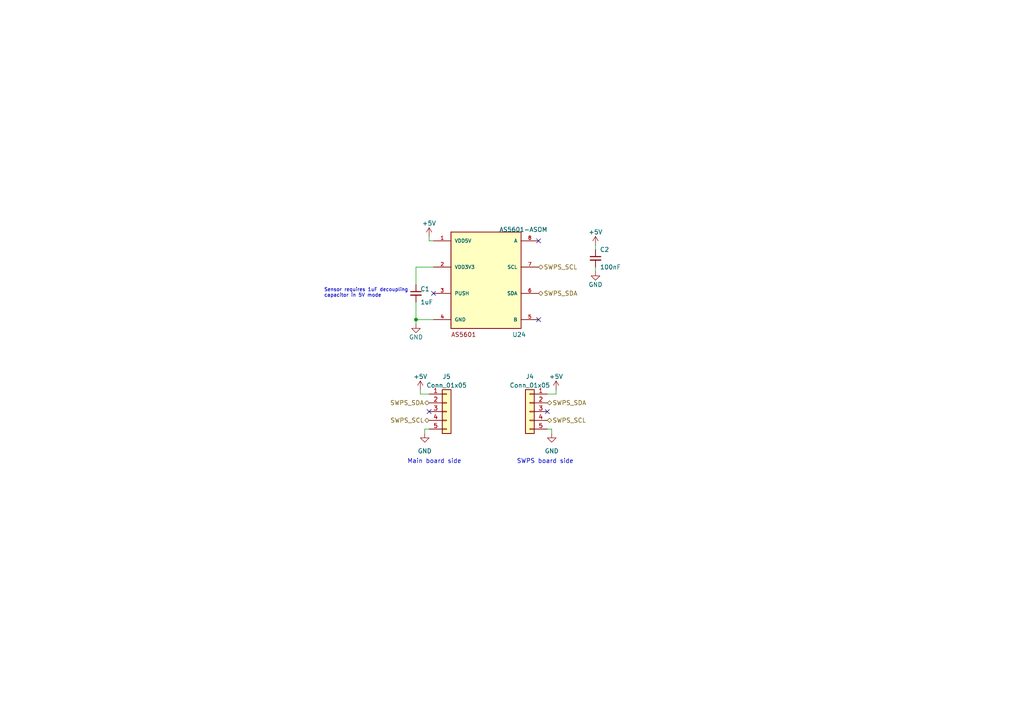
<source format=kicad_sch>
(kicad_sch (version 20230121) (generator eeschema)
  (paper "A4")
  (title_block (title "Steering wheel position sensor") (date "2023-02-24") (rev "${REVISION}") (company "Author: Szymon Kostrubiec") (comment 1 "Reviewer:"))
  (lib_symbols
    (symbol "AS5601-ASOM:AS5601-ASOM" (pin_names (offset 1.016))
      (symbol "AS5601-ASOM_0_0"
        (rectangle (start 0 -12.7) (end 20.32 15.24) (stroke (width 0.254)) (fill (type background)))
        (polyline (pts (xy 0 -12.7) (xy 0 15.24)) (stroke (width 0.254)))
        (text "AS5601" (at 0 -15.24 0) (effects (font (size 1.27 1.27)) (justify left bottom)))
        (pin bidirectional line (at -5.08 12.7 0) (length 5.08) (name "VDD5V") (number "1"))
        (pin bidirectional line (at -5.08 5.08 0) (length 5.08) (name "VDD3V3") (number "2"))
        (pin bidirectional line (at -5.08 -2.54 0) (length 5.08) (name "PUSH") (number "3"))
        (pin bidirectional line (at -5.08 -10.16 0) (length 5.08) (name "GND") (number "4"))
        (pin bidirectional line (at 25.4 -10.16 180) (length 5.08) (name "B") (number "5"))
        (pin bidirectional line (at 25.4 -2.54 180) (length 5.08) (name "SDA") (number "6"))
        (pin bidirectional line (at 25.4 5.08 180) (length 5.08) (name "SCL") (number "7"))
        (pin bidirectional line (at 25.4 12.7 180) (length 5.08) (name "A") (number "8"))
      )
    )
    (symbol "Connector_Generic:Conn_01x05" (pin_names (offset 1.016) hide)
      (property "Reference" "J" (at 0 7.62 0))
      (property "Value" "Conn_01x05" (at 0 -7.62 0))
      (symbol "Conn_01x05_1_1"
        (rectangle (start -1.27 -4.953) (end 0 -5.207) (stroke (width 0.1524)))
        (rectangle (start -1.27 -2.413) (end 0 -2.667) (stroke (width 0.1524)))
        (rectangle (start -1.27 0.127) (end 0 -0.127) (stroke (width 0.1524)))
        (rectangle (start -1.27 2.667) (end 0 2.413) (stroke (width 0.1524)))
        (rectangle (start -1.27 5.207) (end 0 4.953) (stroke (width 0.1524)))
        (rectangle (start -1.27 6.35) (end 1.27 -6.35) (stroke (width 0.254)) (fill (type background)))
        (pin passive line (at -5.08 5.08 0) (length 3.81) (name "Pin_1") (number "1"))
        (pin passive line (at -5.08 2.54 0) (length 3.81) (name "Pin_2") (number "2"))
        (pin passive line (at -5.08 0 0) (length 3.81) (name "Pin_3") (number "3"))
        (pin passive line (at -5.08 -2.54 0) (length 3.81) (name "Pin_4") (number "4"))
        (pin passive line (at -5.08 -5.08 0) (length 3.81) (name "Pin_5") (number "5"))
      )
    )
    (symbol "Device:C_Small" (pin_numbers hide) (pin_names (offset 0.254) hide)
      (property "Reference" "C" (at 0.254 1.778 0))
      (property "Value" "C_Small" (at 0.254 -2.032 0))
      (symbol "C_Small_0_1"
        (polyline (pts (xy -1.524 -0.508) (xy 1.524 -0.508)) (stroke (width 0.3302)))
        (polyline (pts (xy -1.524 0.508) (xy 1.524 0.508)) (stroke (width 0.3048)))
      )
      (symbol "C_Small_1_1"
        (pin passive line (at 0 2.54 270) (length 2.032) (name "~") (number "1"))
        (pin passive line (at 0 -2.54 90) (length 2.032) (name "~") (number "2"))
      )
    )
    (symbol "power:+5V" (power) (pin_names (offset 0))
      (property "Value" "+5V" (at 0 3.556 0))
      (symbol "+5V_0_1"
        (polyline (pts (xy -0.762 1.27) (xy 0 2.54)))
        (polyline (pts (xy 0 0) (xy 0 2.54)))
        (polyline (pts (xy 0 2.54) (xy 0.762 1.27)))
      )
      (symbol "+5V_1_1"
        (pin power_in line (at 0 0 90) (length 0) hide (name "+5V") (number "1"))
      )
    )
    (symbol "power:GND" (power) (pin_names (offset 0))
      (property "Value" "GND" (at 0 -3.81 0))
      (symbol "GND_0_1"
        (polyline (pts (xy 0 0) (xy 0 -1.27) (xy 1.27 -1.27) (xy 0 -2.54) (xy -1.27 -1.27) (xy 0 -1.27)))
      )
      (symbol "GND_1_1"
        (pin power_in line (at 0 0 270) (length 0) hide (name "GND") (number "1"))
      )
    )
  )
  (junction (at 120.65 92.71))
  (no_connect (at 124.46 119.38))
  (no_connect (at 156.21 92.71))
  (no_connect (at 125.73 85.09))
  (no_connect (at 156.21 69.85))
  (no_connect (at 158.75 119.38))
  (wire (pts (xy 158.75 114.3) (xy 161.29 114.3)))
  (wire (pts (xy 161.29 113.03) (xy 161.29 114.3)))
  (wire (pts (xy 160.02 125.73) (xy 160.02 124.46)))
  (wire (pts (xy 172.72 77.47) (xy 172.72 78.74)))
  (wire (pts (xy 123.19 124.46) (xy 124.46 124.46)))
  (wire (pts (xy 123.19 125.73) (xy 123.19 124.46)))
  (wire (pts (xy 121.92 113.03) (xy 121.92 114.3)))
  (wire (pts (xy 125.73 69.85) (xy 124.46 69.85)))
  (wire (pts (xy 124.46 69.85) (xy 124.46 68.58)))
  (wire (pts (xy 120.65 77.47) (xy 125.73 77.47)))
  (wire (pts (xy 120.65 77.47) (xy 120.65 82.55)))
  (wire (pts (xy 160.02 124.46) (xy 158.75 124.46)))
  (wire (pts (xy 124.46 114.3) (xy 121.92 114.3)))
  (wire (pts (xy 172.72 71.12) (xy 172.72 72.39)))
  (wire (pts (xy 120.65 87.63) (xy 120.65 92.71)))
  (wire (pts (xy 120.65 92.71) (xy 125.73 92.71)))
  (wire (pts (xy 120.65 92.71) (xy 120.65 93.98)))
  (text "SWPS board side" (at 149.86 134.62 0) (effects (font (size 1.27 1.27)) (justify left bottom)))
  (text "Main board side" (at 118.11 134.62 0) (effects (font (size 1.27 1.27)) (justify left bottom)))
  (text "Sensor requires 1uF decoupling \ncapacitor in 5V mode" (at 93.98 86.36 0) (effects (font (size 1 1)) (justify left bottom)))
  (hierarchical_label "SWPS_SDA" (shape bidirectional) (at 124.46 116.84 180))
  (hierarchical_label "SWPS_SCL" (shape bidirectional) (at 156.21 77.47 0))
  (hierarchical_label "SWPS_SDA" (shape bidirectional) (at 158.75 116.84 0))
  (hierarchical_label "SWPS_SCL" (shape bidirectional) (at 158.75 121.92 0))
  (hierarchical_label "SWPS_SCL" (shape bidirectional) (at 124.46 121.92 180))
  (hierarchical_label "SWPS_SDA" (shape bidirectional) (at 156.21 85.09 0))
  (symbol (lib_id "Connector_Generic:Conn_01x05") (at 129.54 119.38 0) (unit 1)
    (property "Reference" "J5" (at 129.54 109.22 0))
    (property "Value" "Conn_01x05" (at 129.54 111.76 0))
  )
  (symbol (lib_id "power:+5V") (at 124.46 68.58 0) (unit 1)
    (property "Reference" "#PWR011" (effects hide))
    (property "Value" "+5V" (at 124.46 64.77 0))
  )
  (symbol (lib_id "power:GND") (at 172.72 78.74 0) (unit 1)
    (property "Reference" "#PWR019" (effects hide))
    (property "Value" "GND" (at 172.72 82.55 0))
  )
  (symbol (lib_id "AS5601-ASOM:AS5601-ASOM") (at 130.81 82.55 0) (unit 1)
    (property "Reference" "U24" (at 148.59 97.79 0) (effects (justify left bottom)))
    (property "Value" "AS5601-ASOM" (at 144.78 67.31 0) (effects (justify left bottom)))
    (property "Footprint" "Package_SO:SOIC-8_3.9x4.9mm_P1.27mm" (effects hide))
    (property "Datasheet" "https://ams.com/documents/20143/36005/AS5601_DS000395_3-00.pdf/9a58e74f-f6d8-53eb-1fa2-ad62d9911ca4" (effects hide))
    (instances (project "PUTM_EV_SWPS" (path "" (reference "U24") (unit 1))) (project "PUTM_EV_Frontbox_2023" (path "" (reference "U4") (unit 1))))
  )
  (symbol (lib_id "power:+5V") (at 161.29 113.03 0) (unit 1)
    (property "Reference" "#PWR014" (effects hide))
    (property "Value" "+5V" (at 161.29 109.22 0))
  )
  (symbol (lib_id "power:+5V") (at 121.92 113.03 0) (mirror y) (unit 1)
    (property "Reference" "#PWR017" (effects hide))
    (property "Value" "+5V" (at 121.92 109.22 0))
  )
  (symbol (lib_id "power:GND") (at 123.19 125.73 0) (mirror y) (unit 1)
    (property "Reference" "#PWR016" (effects hide))
    (property "Value" "GND" (at 123.19 130.81 0))
  )
  (symbol (lib_id "Connector_Generic:Conn_01x05") (at 153.67 119.38 0) (mirror y) (unit 1)
    (property "Reference" "J4" (at 153.67 109.22 0))
    (property "Value" "Conn_01x05" (at 153.67 111.76 0))
  )
  (symbol (lib_id "power:GND") (at 120.65 93.98 0) (unit 1)
    (property "Reference" "#PWR012" (effects hide))
    (property "Value" "GND" (at 120.65 97.79 0))
  )
  (symbol (lib_id "power:GND") (at 160.02 125.73 0) (unit 1)
    (property "Reference" "#PWR015" (effects hide))
    (property "Value" "GND" (at 160.02 130.81 0))
  )
  (symbol (lib_id "Device:C_Small") (at 120.65 85.09 0) (unit 1)
    (property "Reference" "C1" (at 121.92 83.82 0) (effects (justify left)))
    (property "Value" "1uF" (at 121.92 87.63 0) (effects (justify left)))
  )
  (symbol (lib_id "power:+5V") (at 172.72 71.12 0) (unit 1)
    (property "Reference" "#PWR018" (effects hide))
    (property "Value" "+5V" (at 172.72 67.31 0))
  )
  (symbol (lib_id "Device:C_Small") (at 172.72 74.93 0) (unit 1)
    (property "Reference" "C2" (at 173.99 72.39 0) (effects (justify left)))
    (property "Value" "100nF" (at 173.99 77.47 0) (effects (justify left)))
  )
)
</source>
